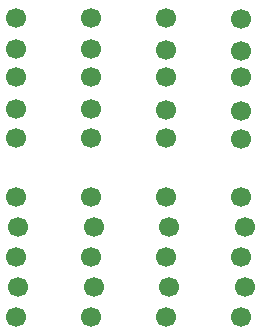
<source format=gtl>
G04 #@! TF.FileFunction,Copper,L1,Top,Signal*
%FSLAX46Y46*%
G04 Gerber Fmt 4.6, Leading zero omitted, Abs format (unit mm)*
G04 Created by KiCad (PCBNEW 4.0.6) date Fri Jun 16 13:15:56 2017*
%MOMM*%
%LPD*%
G01*
G04 APERTURE LIST*
%ADD10C,0.100000*%
%ADD11C,1.700000*%
G04 APERTURE END LIST*
D10*
D11*
X41275000Y-31826200D03*
X41275000Y-34442400D03*
X41275000Y-36830000D03*
X41275000Y-39522400D03*
X41275000Y-41986200D03*
X47625000Y-31826200D03*
X47625000Y-34442400D03*
X47625000Y-36830000D03*
X47625000Y-39522400D03*
X47625000Y-41986200D03*
X53975000Y-31877000D03*
X53975000Y-34544000D03*
X53975000Y-36830000D03*
X53975000Y-39624000D03*
X53975000Y-42037000D03*
X60325000Y-31902400D03*
X60325000Y-34594800D03*
X60325000Y-36830000D03*
X60325000Y-39674800D03*
X60325000Y-42062400D03*
X41275000Y-46990000D03*
X41427400Y-49530000D03*
X41275000Y-52070000D03*
X41427400Y-54610000D03*
X41275000Y-57150000D03*
X47625000Y-46990000D03*
X47828200Y-49530000D03*
X47625000Y-52070000D03*
X47828200Y-54610000D03*
X47625000Y-57150000D03*
X53975000Y-46990000D03*
X54229000Y-49530000D03*
X53975000Y-52070000D03*
X54229000Y-54610000D03*
X53975000Y-57150000D03*
X60325000Y-46990000D03*
X60629800Y-49530000D03*
X60325000Y-52070000D03*
X60629800Y-54610000D03*
X60325000Y-57150000D03*
M02*

</source>
